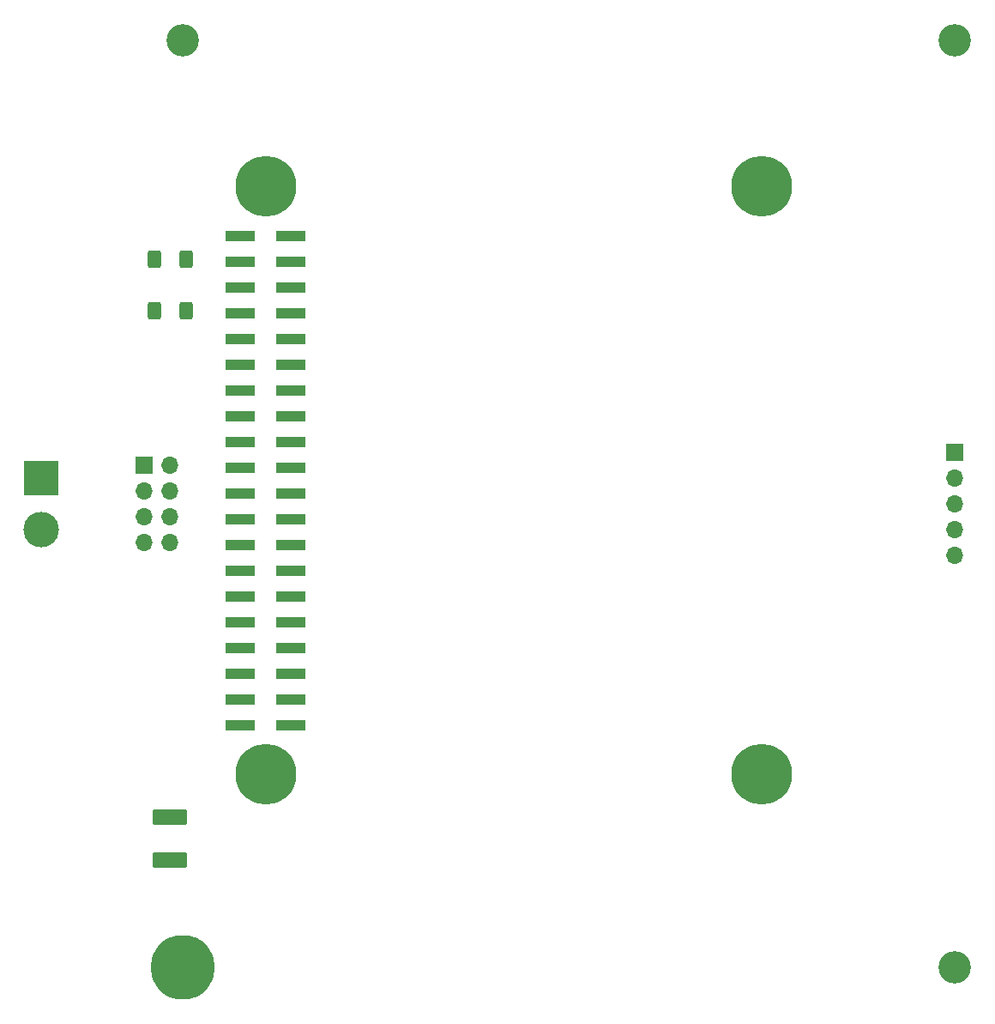
<source format=gbr>
%TF.GenerationSoftware,KiCad,Pcbnew,8.0.4-8.0.4-0~ubuntu22.04.1*%
%TF.CreationDate,2024-08-10T20:12:59+03:00*%
%TF.ProjectId,PM-CPU-RP,504d2d43-5055-42d5-9250-2e6b69636164,rev?*%
%TF.SameCoordinates,Original*%
%TF.FileFunction,Soldermask,Top*%
%TF.FilePolarity,Negative*%
%FSLAX46Y46*%
G04 Gerber Fmt 4.6, Leading zero omitted, Abs format (unit mm)*
G04 Created by KiCad (PCBNEW 8.0.4-8.0.4-0~ubuntu22.04.1) date 2024-08-10 20:12:59*
%MOMM*%
%LPD*%
G01*
G04 APERTURE LIST*
G04 Aperture macros list*
%AMRoundRect*
0 Rectangle with rounded corners*
0 $1 Rounding radius*
0 $2 $3 $4 $5 $6 $7 $8 $9 X,Y pos of 4 corners*
0 Add a 4 corners polygon primitive as box body*
4,1,4,$2,$3,$4,$5,$6,$7,$8,$9,$2,$3,0*
0 Add four circle primitives for the rounded corners*
1,1,$1+$1,$2,$3*
1,1,$1+$1,$4,$5*
1,1,$1+$1,$6,$7*
1,1,$1+$1,$8,$9*
0 Add four rect primitives between the rounded corners*
20,1,$1+$1,$2,$3,$4,$5,0*
20,1,$1+$1,$4,$5,$6,$7,0*
20,1,$1+$1,$6,$7,$8,$9,0*
20,1,$1+$1,$8,$9,$2,$3,0*%
G04 Aperture macros list end*
%ADD10O,6.350000X6.350000*%
%ADD11R,1.700000X1.700000*%
%ADD12O,1.700000X1.700000*%
%ADD13C,6.000000*%
%ADD14R,3.000000X1.000000*%
%ADD15C,3.200000*%
%ADD16R,3.500000X3.500000*%
%ADD17C,3.500000*%
%ADD18RoundRect,0.250000X1.450000X-0.537500X1.450000X0.537500X-1.450000X0.537500X-1.450000X-0.537500X0*%
%ADD19RoundRect,0.250000X0.400000X0.625000X-0.400000X0.625000X-0.400000X-0.625000X0.400000X-0.625000X0*%
G04 APERTURE END LIST*
D10*
%TO.C,PE1*%
X44450000Y-146050000D03*
%TD*%
D11*
%TO.C,J2*%
X40640000Y-96520000D03*
D12*
X43180000Y-96520000D03*
X40640000Y-99060000D03*
X43180000Y-99060000D03*
X40640000Y-101600000D03*
X43180000Y-101600000D03*
X40640000Y-104140000D03*
X43180000Y-104140000D03*
%TD*%
D13*
%TO.C,D1*%
X52600000Y-69000000D03*
X52600000Y-127000000D03*
X101600000Y-69000000D03*
X101600000Y-127000000D03*
D14*
X55120000Y-73930000D03*
X50080000Y-73930000D03*
X55120000Y-76470000D03*
X50080000Y-76470000D03*
X55120000Y-79010000D03*
X50080000Y-79010000D03*
X55120000Y-81550000D03*
X50080000Y-81550000D03*
X55120000Y-84090000D03*
X50080000Y-84090000D03*
X55120000Y-86630000D03*
X50080000Y-86630000D03*
X55120000Y-89170000D03*
X50080000Y-89170000D03*
X55120000Y-91710000D03*
X50080000Y-91710000D03*
X55120000Y-94250000D03*
X50080000Y-94250000D03*
X55120000Y-96790000D03*
X50080000Y-96790000D03*
X55120000Y-99330000D03*
X50080000Y-99330000D03*
X55120000Y-101870000D03*
X50080000Y-101870000D03*
X55120000Y-104410000D03*
X50080000Y-104410000D03*
X55120000Y-106950000D03*
X50080000Y-106950000D03*
X55120000Y-109490000D03*
X50080000Y-109490000D03*
X55120000Y-112030000D03*
X50080000Y-112030000D03*
X55120000Y-114570000D03*
X50080000Y-114570000D03*
X55120000Y-117110000D03*
X50080000Y-117110000D03*
X55120000Y-119650000D03*
X50080000Y-119650000D03*
X55120000Y-122190000D03*
X50080000Y-122190000D03*
%TD*%
D15*
%TO.C,H1*%
X44450000Y-54610000D03*
%TD*%
D11*
%TO.C,J1*%
X120650000Y-95250000D03*
D12*
X120650000Y-97790000D03*
X120650000Y-100330000D03*
X120650000Y-102870000D03*
X120650000Y-105410000D03*
%TD*%
D16*
%TO.C,J8*%
X30480000Y-97790000D03*
D17*
X30480000Y-102870000D03*
%TD*%
D18*
%TO.C,C1*%
X43180000Y-135487500D03*
X43180000Y-131212500D03*
%TD*%
D15*
%TO.C,H3*%
X120650000Y-146050000D03*
%TD*%
D19*
%TO.C,R2*%
X44730000Y-81280000D03*
X41630000Y-81280000D03*
%TD*%
%TO.C,R1*%
X44730000Y-76200000D03*
X41630000Y-76200000D03*
%TD*%
D15*
%TO.C,H2*%
X120650000Y-54610000D03*
%TD*%
M02*

</source>
